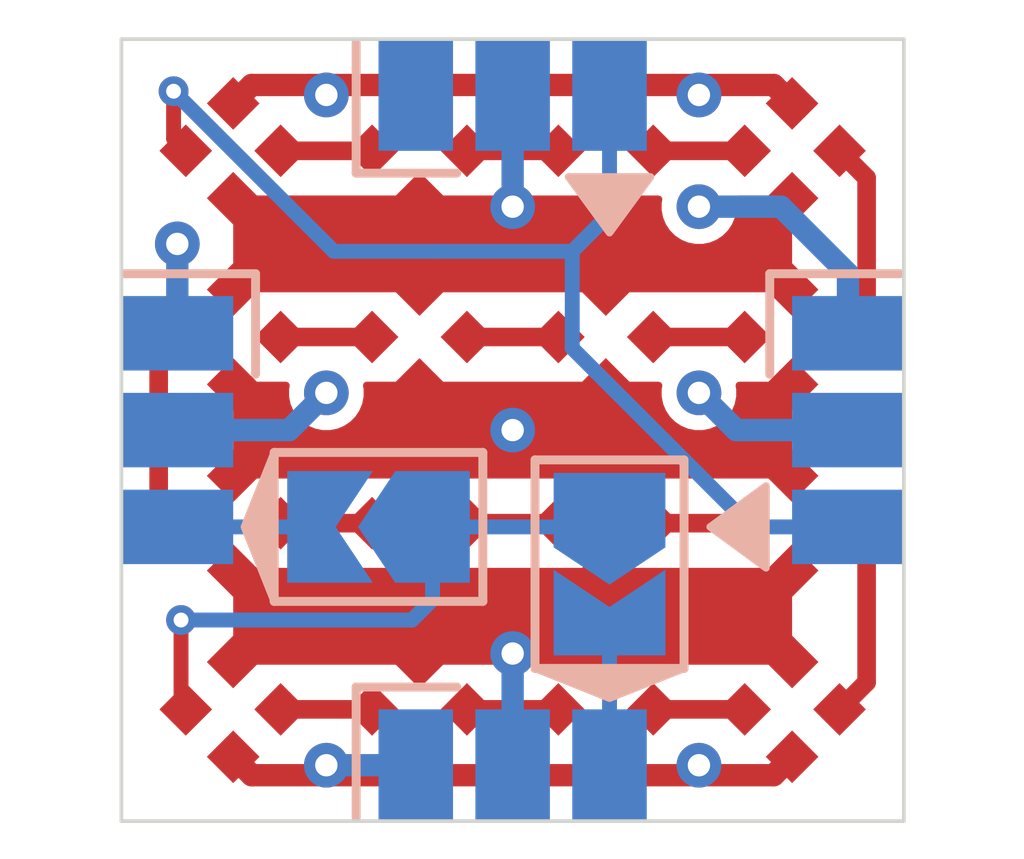
<source format=kicad_pcb>
(kicad_pcb (version 20171130) (host pcbnew 5.1.4-e60b266~84~ubuntu18.04.1)

  (general
    (thickness 0.8)
    (drawings 16)
    (tracks 87)
    (zones 0)
    (modules 22)
    (nets 22)
  )

  (page A4)
  (layers
    (0 F.Cu signal)
    (1 In1.Cu power hide)
    (2 In2.Cu power hide)
    (31 B.Cu signal)
    (32 B.Adhes user)
    (33 F.Adhes user)
    (34 B.Paste user)
    (35 F.Paste user)
    (36 B.SilkS user)
    (37 F.SilkS user)
    (38 B.Mask user)
    (39 F.Mask user)
    (40 Dwgs.User user)
    (41 Cmts.User user)
    (42 Eco1.User user)
    (43 Eco2.User user)
    (44 Edge.Cuts user)
    (45 Margin user)
    (46 B.CrtYd user hide)
    (47 F.CrtYd user hide)
    (48 B.Fab user hide)
    (49 F.Fab user hide)
  )

  (setup
    (last_trace_width 0.3)
    (user_trace_width 0.1)
    (user_trace_width 0.15)
    (user_trace_width 0.2)
    (user_trace_width 0.25)
    (user_trace_width 0.3)
    (user_trace_width 0.5)
    (trace_clearance 0.2)
    (zone_clearance 0.2)
    (zone_45_only no)
    (trace_min 0.1)
    (via_size 0.6)
    (via_drill 0.3)
    (via_min_size 0.4)
    (via_min_drill 0.2)
    (user_via 0.4 0.2)
    (user_via 0.6 0.3)
    (uvia_size 0.3)
    (uvia_drill 0.1)
    (uvias_allowed no)
    (uvia_min_size 0.2)
    (uvia_min_drill 0.1)
    (edge_width 0.05)
    (segment_width 0.2)
    (pcb_text_width 0.3)
    (pcb_text_size 1.5 1.5)
    (mod_edge_width 0.12)
    (mod_text_size 1 1)
    (mod_text_width 0.15)
    (pad_size 1.524 1.524)
    (pad_drill 0.762)
    (pad_to_mask_clearance 0.051)
    (solder_mask_min_width 0.25)
    (aux_axis_origin 0 0)
    (visible_elements FEFDFF7F)
    (pcbplotparams
      (layerselection 0x010fc_ffffffff)
      (usegerberextensions true)
      (usegerberattributes false)
      (usegerberadvancedattributes false)
      (creategerberjobfile false)
      (excludeedgelayer true)
      (linewidth 0.100000)
      (plotframeref false)
      (viasonmask false)
      (mode 1)
      (useauxorigin false)
      (hpglpennumber 1)
      (hpglpenspeed 20)
      (hpglpendiameter 15.000000)
      (psnegative false)
      (psa4output false)
      (plotreference true)
      (plotvalue true)
      (plotinvisibletext false)
      (padsonsilk false)
      (subtractmaskfromsilk false)
      (outputformat 1)
      (mirror false)
      (drillshape 0)
      (scaleselection 1)
      (outputdirectory "gerber/"))
  )

  (net 0 "")
  (net 1 GND)
  (net 2 +5V)
  (net 3 "Net-(D1-Pad3)")
  (net 4 "Net-(D2-Pad3)")
  (net 5 "Net-(D3-Pad3)")
  (net 6 "Net-(D4-Pad3)")
  (net 7 "Net-(D5-Pad3)")
  (net 8 "Net-(D6-Pad3)")
  (net 9 "Net-(D7-Pad3)")
  (net 10 "Net-(D8-Pad3)")
  (net 11 "Net-(D10-Pad1)")
  (net 12 "Net-(D10-Pad3)")
  (net 13 "Net-(D11-Pad3)")
  (net 14 "Net-(D12-Pad3)")
  (net 15 "Net-(D13-Pad3)")
  (net 16 "Net-(D14-Pad3)")
  (net 17 "Net-(D15-Pad3)")
  (net 18 /DIN)
  (net 19 /DOUT)
  (net 20 "Net-(J1-Pad3)")
  (net 21 "Net-(J2-Pad3)")

  (net_class Default "This is the default net class."
    (clearance 0.2)
    (trace_width 0.2)
    (via_dia 0.6)
    (via_drill 0.3)
    (uvia_dia 0.3)
    (uvia_drill 0.1)
    (add_net +5V)
    (add_net /DIN)
    (add_net /DOUT)
    (add_net GND)
    (add_net "Net-(D1-Pad3)")
    (add_net "Net-(D10-Pad1)")
    (add_net "Net-(D10-Pad3)")
    (add_net "Net-(D11-Pad3)")
    (add_net "Net-(D12-Pad3)")
    (add_net "Net-(D13-Pad3)")
    (add_net "Net-(D14-Pad3)")
    (add_net "Net-(D15-Pad3)")
    (add_net "Net-(D2-Pad3)")
    (add_net "Net-(D3-Pad3)")
    (add_net "Net-(D4-Pad3)")
    (add_net "Net-(D5-Pad3)")
    (add_net "Net-(D6-Pad3)")
    (add_net "Net-(D7-Pad3)")
    (add_net "Net-(D8-Pad3)")
    (add_net "Net-(J1-Pad3)")
    (add_net "Net-(J2-Pad3)")
  )

  (module LED_SMD:LED_SK6812_EC1515 (layer F.Cu) (tedit 5D2B2F08) (tstamp 5D2A8172)
    (at 2.5 2.5 225)
    (path /5D2AF824)
    (attr smd)
    (fp_text reference D7 (at 0 2.000001 45) (layer F.SilkS) hide
      (effects (font (size 1 1) (thickness 0.15)))
    )
    (fp_text value SK6812_EC1515 (at 0 -2.000001 45) (layer F.Fab)
      (effects (font (size 1 1) (thickness 0.15)))
    )
    (fp_line (start -1 1) (end -1 -1) (layer F.CrtYd) (width 0.05))
    (fp_line (start 1 1) (end -1 1) (layer F.CrtYd) (width 0.05))
    (fp_line (start 1 -1) (end 1 1) (layer F.CrtYd) (width 0.05))
    (fp_line (start -1 -1) (end 1 -1) (layer F.CrtYd) (width 0.05))
    (fp_text user %R (at 0 2.000001 45) (layer F.Fab)
      (effects (font (size 1 1) (thickness 0.15)))
    )
    (fp_line (start -0.75 0.75) (end -0.75 -0.75) (layer F.Fab) (width 0.1))
    (fp_line (start 0.75 0.75) (end -0.75 0.75) (layer F.Fab) (width 0.1))
    (fp_line (start 0.75 -0.75) (end 0.75 0.75) (layer F.Fab) (width 0.1))
    (fp_line (start -0.75 -0.75) (end 0.75 -0.75) (layer F.Fab) (width 0.1))
    (pad 4 smd rect (at 0.45 -0.45 225) (size 0.5 0.5) (layers F.Cu F.Paste F.Mask)
      (net 1 GND))
    (pad 3 smd rect (at 0.45 0.45 225) (size 0.5 0.5) (layers F.Cu F.Paste F.Mask)
      (net 9 "Net-(D7-Pad3)"))
    (pad 2 smd rect (at -0.45 0.45 225) (size 0.5 0.5) (layers F.Cu F.Paste F.Mask)
      (net 2 +5V))
    (pad 1 smd rect (at -0.45 -0.45 225) (size 0.5 0.5) (layers F.Cu F.Paste F.Mask)
      (net 8 "Net-(D6-Pad3)"))
    (model ${KISYS3DMOD}/LED_SMD.3dshapes/LED_SK6812_EC1515.wrl
      (at (xyz 0 0 0))
      (scale (xyz 1 1 1))
      (rotate (xyz 0 0 0))
    )
  )

  (module Jumper:SolderJumper-3_P1.3mm_Open_Pad1.0x1.5mm (layer B.Cu) (tedit 5D7434FA) (tstamp 5D7347E3)
    (at 3.75 8.25)
    (descr "SMD Solder 3-pad Jumper, 1x1.5mm Pads, 0.3mm gap, open")
    (tags "solder jumper open")
    (path /5D7A0C5F)
    (attr virtual)
    (fp_text reference J2 (at 0 1.8) (layer B.SilkS) hide
      (effects (font (size 1 1) (thickness 0.15)) (justify mirror))
    )
    (fp_text value Conn_01x03 (at 0 -2) (layer B.Fab)
      (effects (font (size 1 1) (thickness 0.15)) (justify mirror))
    )
    (fp_line (start 2.3 -1.25) (end -2.3 -1.25) (layer B.CrtYd) (width 0.05))
    (fp_line (start 2.3 -1.25) (end 2.3 1.25) (layer B.CrtYd) (width 0.05))
    (fp_line (start -2.3 1.25) (end -2.3 -1.25) (layer B.CrtYd) (width 0.05))
    (fp_line (start -2.3 1.25) (end 2.3 1.25) (layer B.CrtYd) (width 0.05))
    (pad 1 smd rect (at -1.3 0) (size 1 1.5) (layers B.Cu B.Mask)
      (net 1 GND))
    (pad 2 smd rect (at 0 0) (size 1 1.5) (layers B.Cu B.Mask)
      (net 2 +5V))
    (pad 3 smd rect (at 1.3 0) (size 1 1.5) (layers B.Cu B.Mask)
      (net 21 "Net-(J2-Pad3)"))
  )

  (module Jumper:SolderJumper-3_P1.3mm_Open_Pad1.0x1.5mm locked (layer B.Cu) (tedit 5D7434EB) (tstamp 5D734765)
    (at -0.75 3.75 270)
    (descr "SMD Solder 3-pad Jumper, 1x1.5mm Pads, 0.3mm gap, open")
    (tags "solder jumper open")
    (path /5D7A07E3)
    (attr virtual)
    (fp_text reference J1 (at 0 1.8 270) (layer B.SilkS) hide
      (effects (font (size 1 1) (thickness 0.15)) (justify mirror))
    )
    (fp_text value Conn_01x03 (at 0 -2 270) (layer B.Fab)
      (effects (font (size 1 1) (thickness 0.15)) (justify mirror))
    )
    (fp_line (start 2.3 -1.25) (end -2.3 -1.25) (layer B.CrtYd) (width 0.05))
    (fp_line (start 2.3 -1.25) (end 2.3 1.25) (layer B.CrtYd) (width 0.05))
    (fp_line (start -2.3 1.25) (end -2.3 -1.25) (layer B.CrtYd) (width 0.05))
    (fp_line (start -2.3 1.25) (end 2.3 1.25) (layer B.CrtYd) (width 0.05))
    (pad 1 smd rect (at -1.3 0 270) (size 1 1.5) (layers B.Cu B.Mask)
      (net 1 GND))
    (pad 2 smd rect (at 0 0 270) (size 1 1.5) (layers B.Cu B.Mask)
      (net 2 +5V))
    (pad 3 smd rect (at 1.3 0 270) (size 1 1.5) (layers B.Cu B.Mask)
      (net 20 "Net-(J1-Pad3)"))
  )

  (module Jumper:SolderJumper-3_P1.3mm_Open_Pad1.0x1.5mm (layer B.Cu) (tedit 5D7434D6) (tstamp 5D734822)
    (at 8.25 3.75 270)
    (descr "SMD Solder 3-pad Jumper, 1x1.5mm Pads, 0.3mm gap, open")
    (tags "solder jumper open")
    (path /5D7A0F4A)
    (attr virtual)
    (fp_text reference J3 (at 0 1.8 270) (layer B.SilkS) hide
      (effects (font (size 1 1) (thickness 0.15)) (justify mirror))
    )
    (fp_text value Conn_01x03 (at 0 -2 270) (layer B.Fab)
      (effects (font (size 1 1) (thickness 0.15)) (justify mirror))
    )
    (fp_line (start 2.3 -1.25) (end -2.3 -1.25) (layer B.CrtYd) (width 0.05))
    (fp_line (start 2.3 -1.25) (end 2.3 1.25) (layer B.CrtYd) (width 0.05))
    (fp_line (start -2.3 1.25) (end -2.3 -1.25) (layer B.CrtYd) (width 0.05))
    (fp_line (start -2.3 1.25) (end 2.3 1.25) (layer B.CrtYd) (width 0.05))
    (pad 1 smd rect (at -1.3 0 270) (size 1 1.5) (layers B.Cu B.Mask)
      (net 1 GND))
    (pad 2 smd rect (at 0 0 270) (size 1 1.5) (layers B.Cu B.Mask)
      (net 2 +5V))
    (pad 3 smd rect (at 1.3 0 270) (size 1 1.5) (layers B.Cu B.Mask)
      (net 18 /DIN))
  )

  (module Jumper:SolderJumper-3_P1.3mm_Open_Pad1.0x1.5mm (layer B.Cu) (tedit 5D7434B4) (tstamp 5D7433F7)
    (at 3.75 -0.75)
    (descr "SMD Solder 3-pad Jumper, 1x1.5mm Pads, 0.3mm gap, open")
    (tags "solder jumper open")
    (path /5D7444FB)
    (attr virtual)
    (fp_text reference J4 (at 0 1.8) (layer B.SilkS) hide
      (effects (font (size 1 1) (thickness 0.15)) (justify mirror))
    )
    (fp_text value Conn_01x03 (at 0 -2) (layer B.Fab)
      (effects (font (size 1 1) (thickness 0.15)) (justify mirror))
    )
    (fp_line (start 2.3 -1.25) (end -2.3 -1.25) (layer B.CrtYd) (width 0.05))
    (fp_line (start 2.3 -1.25) (end 2.3 1.25) (layer B.CrtYd) (width 0.05))
    (fp_line (start -2.3 1.25) (end -2.3 -1.25) (layer B.CrtYd) (width 0.05))
    (fp_line (start -2.3 1.25) (end 2.3 1.25) (layer B.CrtYd) (width 0.05))
    (pad 1 smd rect (at -1.3 0) (size 1 1.5) (layers B.Cu B.Mask)
      (net 1 GND))
    (pad 2 smd rect (at 0 0) (size 1 1.5) (layers B.Cu B.Mask)
      (net 2 +5V))
    (pad 3 smd rect (at 1.3 0) (size 1 1.5) (layers B.Cu B.Mask)
      (net 18 /DIN))
  )

  (module Jumper:SolderJumper-2_P1.3mm_Open_TrianglePad1.0x1.5mm (layer B.Cu) (tedit 5A64794F) (tstamp 5D73AD39)
    (at 1.95 5.05 180)
    (descr "SMD Solder Jumper, 1x1.5mm Triangular Pads, 0.3mm gap, open")
    (tags "solder jumper open")
    (path /5D7FC9C5)
    (attr virtual)
    (fp_text reference JP2 (at 0 1.8) (layer B.SilkS) hide
      (effects (font (size 1 1) (thickness 0.15)) (justify mirror))
    )
    (fp_text value Jumper_NO_Small (at 0 -1.9) (layer B.Fab)
      (effects (font (size 1 1) (thickness 0.15)) (justify mirror))
    )
    (fp_line (start 1.65 -1.25) (end -1.65 -1.25) (layer B.CrtYd) (width 0.05))
    (fp_line (start 1.65 -1.25) (end 1.65 1.25) (layer B.CrtYd) (width 0.05))
    (fp_line (start -1.65 1.25) (end -1.65 -1.25) (layer B.CrtYd) (width 0.05))
    (fp_line (start -1.65 1.25) (end 1.65 1.25) (layer B.CrtYd) (width 0.05))
    (fp_line (start -1.4 1) (end 1.4 1) (layer B.SilkS) (width 0.12))
    (fp_line (start 1.4 1) (end 1.4 -1) (layer B.SilkS) (width 0.12))
    (fp_line (start 1.4 -1) (end -1.4 -1) (layer B.SilkS) (width 0.12))
    (fp_line (start -1.4 -1) (end -1.4 1) (layer B.SilkS) (width 0.12))
    (pad 1 smd custom (at -0.725 0 180) (size 0.3 0.3) (layers B.Cu B.Mask)
      (net 19 /DOUT) (zone_connect 2)
      (options (clearance outline) (anchor rect))
      (primitives
        (gr_poly (pts
           (xy -0.5 0.75) (xy 0.5 0.75) (xy 1 0) (xy 0.5 -0.75) (xy -0.5 -0.75)
) (width 0))
      ))
    (pad 2 smd custom (at 0.725 0 180) (size 0.3 0.3) (layers B.Cu B.Mask)
      (net 20 "Net-(J1-Pad3)") (zone_connect 2)
      (options (clearance outline) (anchor rect))
      (primitives
        (gr_poly (pts
           (xy -0.65 0.75) (xy 0.5 0.75) (xy 0.5 -0.75) (xy -0.65 -0.75) (xy -0.15 0)
) (width 0))
      ))
  )

  (module Jumper:SolderJumper-2_P1.3mm_Open_TrianglePad1.0x1.5mm (layer B.Cu) (tedit 5A64794F) (tstamp 5D7376B0)
    (at 5.05 5.55 270)
    (descr "SMD Solder Jumper, 1x1.5mm Triangular Pads, 0.3mm gap, open")
    (tags "solder jumper open")
    (path /5D7E1430)
    (attr virtual)
    (fp_text reference JP1 (at 0 1.8 90) (layer B.SilkS) hide
      (effects (font (size 1 1) (thickness 0.15)) (justify mirror))
    )
    (fp_text value Jumper_NO_Small (at 0 -1.9 90) (layer B.Fab)
      (effects (font (size 1 1) (thickness 0.15)) (justify mirror))
    )
    (fp_line (start 1.65 -1.25) (end -1.65 -1.25) (layer B.CrtYd) (width 0.05))
    (fp_line (start 1.65 -1.25) (end 1.65 1.25) (layer B.CrtYd) (width 0.05))
    (fp_line (start -1.65 1.25) (end -1.65 -1.25) (layer B.CrtYd) (width 0.05))
    (fp_line (start -1.65 1.25) (end 1.65 1.25) (layer B.CrtYd) (width 0.05))
    (fp_line (start -1.4 1) (end 1.4 1) (layer B.SilkS) (width 0.12))
    (fp_line (start 1.4 1) (end 1.4 -1) (layer B.SilkS) (width 0.12))
    (fp_line (start 1.4 -1) (end -1.4 -1) (layer B.SilkS) (width 0.12))
    (fp_line (start -1.4 -1) (end -1.4 1) (layer B.SilkS) (width 0.12))
    (pad 1 smd custom (at -0.725 0 270) (size 0.3 0.3) (layers B.Cu B.Mask)
      (net 19 /DOUT) (zone_connect 2)
      (options (clearance outline) (anchor rect))
      (primitives
        (gr_poly (pts
           (xy -0.5 0.75) (xy 0.5 0.75) (xy 1 0) (xy 0.5 -0.75) (xy -0.5 -0.75)
) (width 0))
      ))
    (pad 2 smd custom (at 0.725 0 270) (size 0.3 0.3) (layers B.Cu B.Mask)
      (net 21 "Net-(J2-Pad3)") (zone_connect 2)
      (options (clearance outline) (anchor rect))
      (primitives
        (gr_poly (pts
           (xy -0.65 0.75) (xy 0.5 0.75) (xy 0.5 -0.75) (xy -0.65 -0.75) (xy -0.15 0)
) (width 0))
      ))
  )

  (module LED_SMD:LED_SK6812_EC1515 (layer F.Cu) (tedit 5D2B2F08) (tstamp 5D2A820B)
    (at 0 7.5 225)
    (path /5D2BEA2E)
    (attr smd)
    (fp_text reference D16 (at 0 2.000001 45) (layer F.SilkS) hide
      (effects (font (size 1 1) (thickness 0.15)))
    )
    (fp_text value SK6812_EC1515 (at 0 -2.000001 45) (layer F.Fab)
      (effects (font (size 1 1) (thickness 0.15)))
    )
    (fp_line (start -1 1) (end -1 -1) (layer F.CrtYd) (width 0.05))
    (fp_line (start 1 1) (end -1 1) (layer F.CrtYd) (width 0.05))
    (fp_line (start 1 -1) (end 1 1) (layer F.CrtYd) (width 0.05))
    (fp_line (start -1 -1) (end 1 -1) (layer F.CrtYd) (width 0.05))
    (fp_text user %R (at 0 2.000001 45) (layer F.Fab)
      (effects (font (size 1 1) (thickness 0.15)))
    )
    (fp_line (start -0.75 0.75) (end -0.75 -0.75) (layer F.Fab) (width 0.1))
    (fp_line (start 0.75 0.75) (end -0.75 0.75) (layer F.Fab) (width 0.1))
    (fp_line (start 0.75 -0.75) (end 0.75 0.75) (layer F.Fab) (width 0.1))
    (fp_line (start -0.75 -0.75) (end 0.75 -0.75) (layer F.Fab) (width 0.1))
    (pad 4 smd rect (at 0.45 -0.45 225) (size 0.5 0.5) (layers F.Cu F.Paste F.Mask)
      (net 1 GND))
    (pad 3 smd rect (at 0.45 0.45 225) (size 0.5 0.5) (layers F.Cu F.Paste F.Mask)
      (net 19 /DOUT))
    (pad 2 smd rect (at -0.45 0.45 225) (size 0.5 0.5) (layers F.Cu F.Paste F.Mask)
      (net 2 +5V))
    (pad 1 smd rect (at -0.45 -0.45 225) (size 0.5 0.5) (layers F.Cu F.Paste F.Mask)
      (net 17 "Net-(D15-Pad3)"))
    (model ${KISYS3DMOD}/LED_SMD.3dshapes/LED_SK6812_EC1515.wrl
      (at (xyz 0 0 0))
      (scale (xyz 1 1 1))
      (rotate (xyz 0 0 0))
    )
  )

  (module LED_SMD:LED_SK6812_EC1515 (layer F.Cu) (tedit 5D2B2F08) (tstamp 5D2A81FA)
    (at 2.5 7.5 225)
    (path /5D2BEA28)
    (attr smd)
    (fp_text reference D15 (at 0 2.000001 45) (layer F.SilkS) hide
      (effects (font (size 1 1) (thickness 0.15)))
    )
    (fp_text value SK6812_EC1515 (at 0 -2.000001 45) (layer F.Fab)
      (effects (font (size 1 1) (thickness 0.15)))
    )
    (fp_line (start -1 1) (end -1 -1) (layer F.CrtYd) (width 0.05))
    (fp_line (start 1 1) (end -1 1) (layer F.CrtYd) (width 0.05))
    (fp_line (start 1 -1) (end 1 1) (layer F.CrtYd) (width 0.05))
    (fp_line (start -1 -1) (end 1 -1) (layer F.CrtYd) (width 0.05))
    (fp_text user %R (at 0 2.000001 45) (layer F.Fab)
      (effects (font (size 1 1) (thickness 0.15)))
    )
    (fp_line (start -0.75 0.75) (end -0.75 -0.75) (layer F.Fab) (width 0.1))
    (fp_line (start 0.75 0.75) (end -0.75 0.75) (layer F.Fab) (width 0.1))
    (fp_line (start 0.75 -0.75) (end 0.75 0.75) (layer F.Fab) (width 0.1))
    (fp_line (start -0.75 -0.75) (end 0.75 -0.75) (layer F.Fab) (width 0.1))
    (pad 4 smd rect (at 0.45 -0.45 225) (size 0.5 0.5) (layers F.Cu F.Paste F.Mask)
      (net 1 GND))
    (pad 3 smd rect (at 0.45 0.45 225) (size 0.5 0.5) (layers F.Cu F.Paste F.Mask)
      (net 17 "Net-(D15-Pad3)"))
    (pad 2 smd rect (at -0.45 0.45 225) (size 0.5 0.5) (layers F.Cu F.Paste F.Mask)
      (net 2 +5V))
    (pad 1 smd rect (at -0.45 -0.45 225) (size 0.5 0.5) (layers F.Cu F.Paste F.Mask)
      (net 16 "Net-(D14-Pad3)"))
    (model ${KISYS3DMOD}/LED_SMD.3dshapes/LED_SK6812_EC1515.wrl
      (at (xyz 0 0 0))
      (scale (xyz 1 1 1))
      (rotate (xyz 0 0 0))
    )
  )

  (module LED_SMD:LED_SK6812_EC1515 (layer F.Cu) (tedit 5D2B2F08) (tstamp 5D2A81E9)
    (at 5 7.5 225)
    (path /5D2BEA04)
    (attr smd)
    (fp_text reference D14 (at 0 2.000001 45) (layer F.SilkS) hide
      (effects (font (size 1 1) (thickness 0.15)))
    )
    (fp_text value SK6812_EC1515 (at 0 -2.000001 45) (layer F.Fab)
      (effects (font (size 1 1) (thickness 0.15)))
    )
    (fp_line (start -1 1) (end -1 -1) (layer F.CrtYd) (width 0.05))
    (fp_line (start 1 1) (end -1 1) (layer F.CrtYd) (width 0.05))
    (fp_line (start 1 -1) (end 1 1) (layer F.CrtYd) (width 0.05))
    (fp_line (start -1 -1) (end 1 -1) (layer F.CrtYd) (width 0.05))
    (fp_text user %R (at 0 2.000001 45) (layer F.Fab)
      (effects (font (size 1 1) (thickness 0.15)))
    )
    (fp_line (start -0.75 0.75) (end -0.75 -0.75) (layer F.Fab) (width 0.1))
    (fp_line (start 0.75 0.75) (end -0.75 0.75) (layer F.Fab) (width 0.1))
    (fp_line (start 0.75 -0.75) (end 0.75 0.75) (layer F.Fab) (width 0.1))
    (fp_line (start -0.75 -0.75) (end 0.75 -0.75) (layer F.Fab) (width 0.1))
    (pad 4 smd rect (at 0.45 -0.45 225) (size 0.5 0.5) (layers F.Cu F.Paste F.Mask)
      (net 1 GND))
    (pad 3 smd rect (at 0.45 0.45 225) (size 0.5 0.5) (layers F.Cu F.Paste F.Mask)
      (net 16 "Net-(D14-Pad3)"))
    (pad 2 smd rect (at -0.45 0.45 225) (size 0.5 0.5) (layers F.Cu F.Paste F.Mask)
      (net 2 +5V))
    (pad 1 smd rect (at -0.45 -0.45 225) (size 0.5 0.5) (layers F.Cu F.Paste F.Mask)
      (net 15 "Net-(D13-Pad3)"))
    (model ${KISYS3DMOD}/LED_SMD.3dshapes/LED_SK6812_EC1515.wrl
      (at (xyz 0 0 0))
      (scale (xyz 1 1 1))
      (rotate (xyz 0 0 0))
    )
  )

  (module LED_SMD:LED_SK6812_EC1515 (layer F.Cu) (tedit 5D2B2F08) (tstamp 5D745452)
    (at 7.5 7.5 225)
    (path /5D2BE9FE)
    (attr smd)
    (fp_text reference D13 (at 0 2.000001 45) (layer F.SilkS) hide
      (effects (font (size 1 1) (thickness 0.15)))
    )
    (fp_text value SK6812_EC1515 (at 0 -2.000001 45) (layer F.Fab)
      (effects (font (size 1 1) (thickness 0.15)))
    )
    (fp_line (start -1 1) (end -1 -1) (layer F.CrtYd) (width 0.05))
    (fp_line (start 1 1) (end -1 1) (layer F.CrtYd) (width 0.05))
    (fp_line (start 1 -1) (end 1 1) (layer F.CrtYd) (width 0.05))
    (fp_line (start -1 -1) (end 1 -1) (layer F.CrtYd) (width 0.05))
    (fp_text user %R (at 0 2.000001 45) (layer F.Fab)
      (effects (font (size 1 1) (thickness 0.15)))
    )
    (fp_line (start -0.75 0.75) (end -0.75 -0.75) (layer F.Fab) (width 0.1))
    (fp_line (start 0.75 0.75) (end -0.75 0.75) (layer F.Fab) (width 0.1))
    (fp_line (start 0.75 -0.75) (end 0.75 0.75) (layer F.Fab) (width 0.1))
    (fp_line (start -0.75 -0.75) (end 0.75 -0.75) (layer F.Fab) (width 0.1))
    (pad 4 smd rect (at 0.45 -0.45 225) (size 0.5 0.5) (layers F.Cu F.Paste F.Mask)
      (net 1 GND))
    (pad 3 smd rect (at 0.45 0.45 225) (size 0.5 0.5) (layers F.Cu F.Paste F.Mask)
      (net 15 "Net-(D13-Pad3)"))
    (pad 2 smd rect (at -0.45 0.45 225) (size 0.5 0.5) (layers F.Cu F.Paste F.Mask)
      (net 2 +5V))
    (pad 1 smd rect (at -0.45 -0.45 225) (size 0.5 0.5) (layers F.Cu F.Paste F.Mask)
      (net 14 "Net-(D12-Pad3)"))
    (model ${KISYS3DMOD}/LED_SMD.3dshapes/LED_SK6812_EC1515.wrl
      (at (xyz 0 0 0))
      (scale (xyz 1 1 1))
      (rotate (xyz 0 0 0))
    )
  )

  (module LED_SMD:LED_SK6812_EC1515 (layer F.Cu) (tedit 5D2B2F08) (tstamp 5D2A81C7)
    (at 7.5 5 45)
    (path /5D2BE9DA)
    (attr smd)
    (fp_text reference D12 (at 0 2.000001 45) (layer F.SilkS) hide
      (effects (font (size 1 1) (thickness 0.15)))
    )
    (fp_text value SK6812_EC1515 (at 0 -2.000001 45) (layer F.Fab)
      (effects (font (size 1 1) (thickness 0.15)))
    )
    (fp_line (start -1 1) (end -1 -1) (layer F.CrtYd) (width 0.05))
    (fp_line (start 1 1) (end -1 1) (layer F.CrtYd) (width 0.05))
    (fp_line (start 1 -1) (end 1 1) (layer F.CrtYd) (width 0.05))
    (fp_line (start -1 -1) (end 1 -1) (layer F.CrtYd) (width 0.05))
    (fp_text user %R (at 0 2.000001 45) (layer F.Fab)
      (effects (font (size 1 1) (thickness 0.15)))
    )
    (fp_line (start -0.75 0.75) (end -0.75 -0.75) (layer F.Fab) (width 0.1))
    (fp_line (start 0.75 0.75) (end -0.75 0.75) (layer F.Fab) (width 0.1))
    (fp_line (start 0.75 -0.75) (end 0.75 0.75) (layer F.Fab) (width 0.1))
    (fp_line (start -0.75 -0.75) (end 0.75 -0.75) (layer F.Fab) (width 0.1))
    (pad 4 smd rect (at 0.45 -0.45 45) (size 0.5 0.5) (layers F.Cu F.Paste F.Mask)
      (net 1 GND))
    (pad 3 smd rect (at 0.45 0.45 45) (size 0.5 0.5) (layers F.Cu F.Paste F.Mask)
      (net 14 "Net-(D12-Pad3)"))
    (pad 2 smd rect (at -0.45 0.45 45) (size 0.5 0.5) (layers F.Cu F.Paste F.Mask)
      (net 2 +5V))
    (pad 1 smd rect (at -0.45 -0.45 45) (size 0.5 0.5) (layers F.Cu F.Paste F.Mask)
      (net 13 "Net-(D11-Pad3)"))
    (model ${KISYS3DMOD}/LED_SMD.3dshapes/LED_SK6812_EC1515.wrl
      (at (xyz 0 0 0))
      (scale (xyz 1 1 1))
      (rotate (xyz 0 0 0))
    )
  )

  (module LED_SMD:LED_SK6812_EC1515 (layer F.Cu) (tedit 5D2B2F08) (tstamp 5D2A81B6)
    (at 5 5 45)
    (path /5D2BE9D4)
    (attr smd)
    (fp_text reference D11 (at 0 2.000001 45) (layer F.SilkS) hide
      (effects (font (size 1 1) (thickness 0.15)))
    )
    (fp_text value SK6812_EC1515 (at 0 -2.000001 45) (layer F.Fab)
      (effects (font (size 1 1) (thickness 0.15)))
    )
    (fp_line (start -1 1) (end -1 -1) (layer F.CrtYd) (width 0.05))
    (fp_line (start 1 1) (end -1 1) (layer F.CrtYd) (width 0.05))
    (fp_line (start 1 -1) (end 1 1) (layer F.CrtYd) (width 0.05))
    (fp_line (start -1 -1) (end 1 -1) (layer F.CrtYd) (width 0.05))
    (fp_text user %R (at 0 2.000001 45) (layer F.Fab)
      (effects (font (size 1 1) (thickness 0.15)))
    )
    (fp_line (start -0.75 0.75) (end -0.75 -0.75) (layer F.Fab) (width 0.1))
    (fp_line (start 0.75 0.75) (end -0.75 0.75) (layer F.Fab) (width 0.1))
    (fp_line (start 0.75 -0.75) (end 0.75 0.75) (layer F.Fab) (width 0.1))
    (fp_line (start -0.75 -0.75) (end 0.75 -0.75) (layer F.Fab) (width 0.1))
    (pad 4 smd rect (at 0.45 -0.45 45) (size 0.5 0.5) (layers F.Cu F.Paste F.Mask)
      (net 1 GND))
    (pad 3 smd rect (at 0.45 0.45 45) (size 0.5 0.5) (layers F.Cu F.Paste F.Mask)
      (net 13 "Net-(D11-Pad3)"))
    (pad 2 smd rect (at -0.45 0.45 45) (size 0.5 0.5) (layers F.Cu F.Paste F.Mask)
      (net 2 +5V))
    (pad 1 smd rect (at -0.45 -0.45 45) (size 0.5 0.5) (layers F.Cu F.Paste F.Mask)
      (net 12 "Net-(D10-Pad3)"))
    (model ${KISYS3DMOD}/LED_SMD.3dshapes/LED_SK6812_EC1515.wrl
      (at (xyz 0 0 0))
      (scale (xyz 1 1 1))
      (rotate (xyz 0 0 0))
    )
  )

  (module LED_SMD:LED_SK6812_EC1515 (layer F.Cu) (tedit 5D2B2F08) (tstamp 5D2A81A5)
    (at 2.5 5 45)
    (path /5D2BE9B0)
    (attr smd)
    (fp_text reference D10 (at 0 2.000001 225) (layer F.SilkS) hide
      (effects (font (size 1 1) (thickness 0.15)))
    )
    (fp_text value SK6812_EC1515 (at 0 -2.000001 45) (layer F.Fab)
      (effects (font (size 1 1) (thickness 0.15)))
    )
    (fp_line (start -1 1) (end -1 -1) (layer F.CrtYd) (width 0.05))
    (fp_line (start 1 1) (end -1 1) (layer F.CrtYd) (width 0.05))
    (fp_line (start 1 -1) (end 1 1) (layer F.CrtYd) (width 0.05))
    (fp_line (start -1 -1) (end 1 -1) (layer F.CrtYd) (width 0.05))
    (fp_text user %R (at 0 2.000001 45) (layer F.Fab)
      (effects (font (size 1 1) (thickness 0.15)))
    )
    (fp_line (start -0.75 0.75) (end -0.75 -0.75) (layer F.Fab) (width 0.1))
    (fp_line (start 0.75 0.75) (end -0.75 0.75) (layer F.Fab) (width 0.1))
    (fp_line (start 0.75 -0.75) (end 0.75 0.75) (layer F.Fab) (width 0.1))
    (fp_line (start -0.75 -0.75) (end 0.75 -0.75) (layer F.Fab) (width 0.1))
    (pad 4 smd rect (at 0.45 -0.45 45) (size 0.5 0.5) (layers F.Cu F.Paste F.Mask)
      (net 1 GND))
    (pad 3 smd rect (at 0.45 0.45 45) (size 0.5 0.5) (layers F.Cu F.Paste F.Mask)
      (net 12 "Net-(D10-Pad3)"))
    (pad 2 smd rect (at -0.45 0.45 45) (size 0.5 0.5) (layers F.Cu F.Paste F.Mask)
      (net 2 +5V))
    (pad 1 smd rect (at -0.45 -0.45 45) (size 0.5 0.5) (layers F.Cu F.Paste F.Mask)
      (net 11 "Net-(D10-Pad1)"))
    (model ${KISYS3DMOD}/LED_SMD.3dshapes/LED_SK6812_EC1515.wrl
      (at (xyz 0 0 0))
      (scale (xyz 1 1 1))
      (rotate (xyz 0 0 0))
    )
  )

  (module LED_SMD:LED_SK6812_EC1515 (layer F.Cu) (tedit 5D2B2F08) (tstamp 5D2A8194)
    (at 0 5 45)
    (path /5D2BE9AA)
    (attr smd)
    (fp_text reference D9 (at 0 2.000001 45) (layer F.SilkS) hide
      (effects (font (size 1 1) (thickness 0.15)))
    )
    (fp_text value SK6812_EC1515 (at 0 -2.000001 45) (layer F.Fab)
      (effects (font (size 1 1) (thickness 0.15)))
    )
    (fp_line (start -1 1) (end -1 -1) (layer F.CrtYd) (width 0.05))
    (fp_line (start 1 1) (end -1 1) (layer F.CrtYd) (width 0.05))
    (fp_line (start 1 -1) (end 1 1) (layer F.CrtYd) (width 0.05))
    (fp_line (start -1 -1) (end 1 -1) (layer F.CrtYd) (width 0.05))
    (fp_text user %R (at 0 2.000001 45) (layer F.Fab)
      (effects (font (size 1 1) (thickness 0.15)))
    )
    (fp_line (start -0.75 0.75) (end -0.75 -0.75) (layer F.Fab) (width 0.1))
    (fp_line (start 0.75 0.75) (end -0.75 0.75) (layer F.Fab) (width 0.1))
    (fp_line (start 0.75 -0.75) (end 0.75 0.75) (layer F.Fab) (width 0.1))
    (fp_line (start -0.75 -0.75) (end 0.75 -0.75) (layer F.Fab) (width 0.1))
    (pad 4 smd rect (at 0.45 -0.45 45) (size 0.5 0.5) (layers F.Cu F.Paste F.Mask)
      (net 1 GND))
    (pad 3 smd rect (at 0.45 0.45 45) (size 0.5 0.5) (layers F.Cu F.Paste F.Mask)
      (net 11 "Net-(D10-Pad1)"))
    (pad 2 smd rect (at -0.45 0.45 45) (size 0.5 0.5) (layers F.Cu F.Paste F.Mask)
      (net 2 +5V))
    (pad 1 smd rect (at -0.45 -0.45 45) (size 0.5 0.5) (layers F.Cu F.Paste F.Mask)
      (net 10 "Net-(D8-Pad3)"))
    (model ${KISYS3DMOD}/LED_SMD.3dshapes/LED_SK6812_EC1515.wrl
      (at (xyz 0 0 0))
      (scale (xyz 1 1 1))
      (rotate (xyz 0 0 0))
    )
  )

  (module LED_SMD:LED_SK6812_EC1515 (layer F.Cu) (tedit 5D2B2F08) (tstamp 5D2A8183)
    (at 0 2.5 225)
    (path /5D2AF82A)
    (attr smd)
    (fp_text reference D8 (at 0 2.000001 45) (layer F.SilkS) hide
      (effects (font (size 1 1) (thickness 0.15)))
    )
    (fp_text value SK6812_EC1515 (at 0 -2.000001 45) (layer F.Fab)
      (effects (font (size 1 1) (thickness 0.15)))
    )
    (fp_line (start -1 1) (end -1 -1) (layer F.CrtYd) (width 0.05))
    (fp_line (start 1 1) (end -1 1) (layer F.CrtYd) (width 0.05))
    (fp_line (start 1 -1) (end 1 1) (layer F.CrtYd) (width 0.05))
    (fp_line (start -1 -1) (end 1 -1) (layer F.CrtYd) (width 0.05))
    (fp_text user %R (at 0 2.000001 45) (layer F.Fab)
      (effects (font (size 1 1) (thickness 0.15)))
    )
    (fp_line (start -0.75 0.75) (end -0.75 -0.75) (layer F.Fab) (width 0.1))
    (fp_line (start 0.75 0.75) (end -0.75 0.75) (layer F.Fab) (width 0.1))
    (fp_line (start 0.75 -0.75) (end 0.75 0.75) (layer F.Fab) (width 0.1))
    (fp_line (start -0.75 -0.75) (end 0.75 -0.75) (layer F.Fab) (width 0.1))
    (pad 4 smd rect (at 0.45 -0.45 225) (size 0.5 0.5) (layers F.Cu F.Paste F.Mask)
      (net 1 GND))
    (pad 3 smd rect (at 0.45 0.45 225) (size 0.5 0.5) (layers F.Cu F.Paste F.Mask)
      (net 10 "Net-(D8-Pad3)"))
    (pad 2 smd rect (at -0.45 0.45 225) (size 0.5 0.5) (layers F.Cu F.Paste F.Mask)
      (net 2 +5V))
    (pad 1 smd rect (at -0.45 -0.45 225) (size 0.5 0.5) (layers F.Cu F.Paste F.Mask)
      (net 9 "Net-(D7-Pad3)"))
    (model ${KISYS3DMOD}/LED_SMD.3dshapes/LED_SK6812_EC1515.wrl
      (at (xyz 0 0 0))
      (scale (xyz 1 1 1))
      (rotate (xyz 0 0 0))
    )
  )

  (module LED_SMD:LED_SK6812_EC1515 (layer F.Cu) (tedit 5D2B2F08) (tstamp 5D2A8161)
    (at 5 2.5 225)
    (path /5D2AF800)
    (attr smd)
    (fp_text reference D6 (at 0 2.000001 45) (layer F.SilkS) hide
      (effects (font (size 1 1) (thickness 0.15)))
    )
    (fp_text value SK6812_EC1515 (at 0 -2.000001 45) (layer F.Fab)
      (effects (font (size 1 1) (thickness 0.15)))
    )
    (fp_line (start -1 1) (end -1 -1) (layer F.CrtYd) (width 0.05))
    (fp_line (start 1 1) (end -1 1) (layer F.CrtYd) (width 0.05))
    (fp_line (start 1 -1) (end 1 1) (layer F.CrtYd) (width 0.05))
    (fp_line (start -1 -1) (end 1 -1) (layer F.CrtYd) (width 0.05))
    (fp_text user %R (at 0 2.000001 45) (layer F.Fab)
      (effects (font (size 1 1) (thickness 0.15)))
    )
    (fp_line (start -0.75 0.75) (end -0.75 -0.75) (layer F.Fab) (width 0.1))
    (fp_line (start 0.75 0.75) (end -0.75 0.75) (layer F.Fab) (width 0.1))
    (fp_line (start 0.75 -0.75) (end 0.75 0.75) (layer F.Fab) (width 0.1))
    (fp_line (start -0.75 -0.75) (end 0.75 -0.75) (layer F.Fab) (width 0.1))
    (pad 4 smd rect (at 0.45 -0.45 225) (size 0.5 0.5) (layers F.Cu F.Paste F.Mask)
      (net 1 GND))
    (pad 3 smd rect (at 0.45 0.45 225) (size 0.5 0.5) (layers F.Cu F.Paste F.Mask)
      (net 8 "Net-(D6-Pad3)"))
    (pad 2 smd rect (at -0.45 0.45 225) (size 0.5 0.5) (layers F.Cu F.Paste F.Mask)
      (net 2 +5V))
    (pad 1 smd rect (at -0.45 -0.45 225) (size 0.5 0.5) (layers F.Cu F.Paste F.Mask)
      (net 7 "Net-(D5-Pad3)"))
    (model ${KISYS3DMOD}/LED_SMD.3dshapes/LED_SK6812_EC1515.wrl
      (at (xyz 0 0 0))
      (scale (xyz 1 1 1))
      (rotate (xyz 0 0 0))
    )
  )

  (module LED_SMD:LED_SK6812_EC1515 (layer F.Cu) (tedit 5D2B2F08) (tstamp 5D2A8B2A)
    (at 7.5 2.5 225)
    (path /5D2AF7FA)
    (attr smd)
    (fp_text reference D5 (at 0 2.000001 45) (layer F.SilkS) hide
      (effects (font (size 1 1) (thickness 0.15)))
    )
    (fp_text value SK6812_EC1515 (at 0 -2.000001 45) (layer F.Fab)
      (effects (font (size 1 1) (thickness 0.15)))
    )
    (fp_line (start -1 1) (end -1 -1) (layer F.CrtYd) (width 0.05))
    (fp_line (start 1 1) (end -1 1) (layer F.CrtYd) (width 0.05))
    (fp_line (start 1 -1) (end 1 1) (layer F.CrtYd) (width 0.05))
    (fp_line (start -1 -1) (end 1 -1) (layer F.CrtYd) (width 0.05))
    (fp_text user %R (at 0 2.000001 45) (layer F.Fab)
      (effects (font (size 1 1) (thickness 0.15)))
    )
    (fp_line (start -0.75 0.75) (end -0.75 -0.75) (layer F.Fab) (width 0.1))
    (fp_line (start 0.75 0.75) (end -0.75 0.75) (layer F.Fab) (width 0.1))
    (fp_line (start 0.75 -0.75) (end 0.75 0.75) (layer F.Fab) (width 0.1))
    (fp_line (start -0.75 -0.75) (end 0.75 -0.75) (layer F.Fab) (width 0.1))
    (pad 4 smd rect (at 0.45 -0.45 225) (size 0.5 0.5) (layers F.Cu F.Paste F.Mask)
      (net 1 GND))
    (pad 3 smd rect (at 0.45 0.45 225) (size 0.5 0.5) (layers F.Cu F.Paste F.Mask)
      (net 7 "Net-(D5-Pad3)"))
    (pad 2 smd rect (at -0.45 0.45 225) (size 0.5 0.5) (layers F.Cu F.Paste F.Mask)
      (net 2 +5V))
    (pad 1 smd rect (at -0.45 -0.45 225) (size 0.5 0.5) (layers F.Cu F.Paste F.Mask)
      (net 6 "Net-(D4-Pad3)"))
    (model ${KISYS3DMOD}/LED_SMD.3dshapes/LED_SK6812_EC1515.wrl
      (at (xyz 0 0 0))
      (scale (xyz 1 1 1))
      (rotate (xyz 0 0 0))
    )
  )

  (module LED_SMD:LED_SK6812_EC1515 (layer F.Cu) (tedit 5D2B2F08) (tstamp 5D2AA00B)
    (at 7.5 0 45)
    (path /5D2AB18C)
    (attr smd)
    (fp_text reference D4 (at 0 2.000001 45) (layer F.SilkS) hide
      (effects (font (size 1 1) (thickness 0.15)))
    )
    (fp_text value SK6812_EC1515 (at 0 -2.000001 45) (layer F.Fab)
      (effects (font (size 1 1) (thickness 0.15)))
    )
    (fp_line (start -1 1) (end -1 -1) (layer F.CrtYd) (width 0.05))
    (fp_line (start 1 1) (end -1 1) (layer F.CrtYd) (width 0.05))
    (fp_line (start 1 -1) (end 1 1) (layer F.CrtYd) (width 0.05))
    (fp_line (start -1 -1) (end 1 -1) (layer F.CrtYd) (width 0.05))
    (fp_text user %R (at 0 2.000001 45) (layer F.Fab)
      (effects (font (size 1 1) (thickness 0.15)))
    )
    (fp_line (start -0.75 0.75) (end -0.75 -0.75) (layer F.Fab) (width 0.1))
    (fp_line (start 0.75 0.75) (end -0.75 0.75) (layer F.Fab) (width 0.1))
    (fp_line (start 0.75 -0.75) (end 0.75 0.75) (layer F.Fab) (width 0.1))
    (fp_line (start -0.75 -0.75) (end 0.75 -0.75) (layer F.Fab) (width 0.1))
    (pad 4 smd rect (at 0.45 -0.45 45) (size 0.5 0.5) (layers F.Cu F.Paste F.Mask)
      (net 1 GND))
    (pad 3 smd rect (at 0.45 0.45 45) (size 0.5 0.5) (layers F.Cu F.Paste F.Mask)
      (net 6 "Net-(D4-Pad3)"))
    (pad 2 smd rect (at -0.45 0.45 45) (size 0.5 0.5) (layers F.Cu F.Paste F.Mask)
      (net 2 +5V))
    (pad 1 smd rect (at -0.45 -0.45 45) (size 0.5 0.5) (layers F.Cu F.Paste F.Mask)
      (net 5 "Net-(D3-Pad3)"))
    (model ${KISYS3DMOD}/LED_SMD.3dshapes/LED_SK6812_EC1515.wrl
      (at (xyz 0 0 0))
      (scale (xyz 1 1 1))
      (rotate (xyz 0 0 0))
    )
  )

  (module LED_SMD:LED_SK6812_EC1515 (layer F.Cu) (tedit 5D2B2F08) (tstamp 5D2A812E)
    (at 5 0 45)
    (path /5D2AB186)
    (attr smd)
    (fp_text reference D3 (at 0 2.000001 45) (layer F.SilkS) hide
      (effects (font (size 1 1) (thickness 0.15)))
    )
    (fp_text value SK6812_EC1515 (at 0 -2.000001 45) (layer F.Fab)
      (effects (font (size 1 1) (thickness 0.15)))
    )
    (fp_line (start -1 1) (end -1 -1) (layer F.CrtYd) (width 0.05))
    (fp_line (start 1 1) (end -1 1) (layer F.CrtYd) (width 0.05))
    (fp_line (start 1 -1) (end 1 1) (layer F.CrtYd) (width 0.05))
    (fp_line (start -1 -1) (end 1 -1) (layer F.CrtYd) (width 0.05))
    (fp_text user %R (at 0 2.000001 45) (layer F.Fab)
      (effects (font (size 1 1) (thickness 0.15)))
    )
    (fp_line (start -0.75 0.75) (end -0.75 -0.75) (layer F.Fab) (width 0.1))
    (fp_line (start 0.75 0.75) (end -0.75 0.75) (layer F.Fab) (width 0.1))
    (fp_line (start 0.75 -0.75) (end 0.75 0.75) (layer F.Fab) (width 0.1))
    (fp_line (start -0.75 -0.75) (end 0.75 -0.75) (layer F.Fab) (width 0.1))
    (pad 4 smd rect (at 0.45 -0.45 45) (size 0.5 0.5) (layers F.Cu F.Paste F.Mask)
      (net 1 GND))
    (pad 3 smd rect (at 0.45 0.45 45) (size 0.5 0.5) (layers F.Cu F.Paste F.Mask)
      (net 5 "Net-(D3-Pad3)"))
    (pad 2 smd rect (at -0.45 0.45 45) (size 0.5 0.5) (layers F.Cu F.Paste F.Mask)
      (net 2 +5V))
    (pad 1 smd rect (at -0.45 -0.45 45) (size 0.5 0.5) (layers F.Cu F.Paste F.Mask)
      (net 4 "Net-(D2-Pad3)"))
    (model ${KISYS3DMOD}/LED_SMD.3dshapes/LED_SK6812_EC1515.wrl
      (at (xyz 0 0 0))
      (scale (xyz 1 1 1))
      (rotate (xyz 0 0 0))
    )
  )

  (module LED_SMD:LED_SK6812_EC1515 (layer F.Cu) (tedit 5D2B2F08) (tstamp 5D2A811D)
    (at 2.5 0 45)
    (path /5D2A552B)
    (attr smd)
    (fp_text reference D2 (at 0 2.000001 45) (layer F.SilkS) hide
      (effects (font (size 1 1) (thickness 0.15)))
    )
    (fp_text value SK6812_EC1515 (at 0 -2.000001 45) (layer F.Fab)
      (effects (font (size 1 1) (thickness 0.15)))
    )
    (fp_line (start -1 1) (end -1 -1) (layer F.CrtYd) (width 0.05))
    (fp_line (start 1 1) (end -1 1) (layer F.CrtYd) (width 0.05))
    (fp_line (start 1 -1) (end 1 1) (layer F.CrtYd) (width 0.05))
    (fp_line (start -1 -1) (end 1 -1) (layer F.CrtYd) (width 0.05))
    (fp_text user %R (at 0 2.000001 45) (layer F.Fab)
      (effects (font (size 1 1) (thickness 0.15)))
    )
    (fp_line (start -0.75 0.75) (end -0.75 -0.75) (layer F.Fab) (width 0.1))
    (fp_line (start 0.75 0.75) (end -0.75 0.75) (layer F.Fab) (width 0.1))
    (fp_line (start 0.75 -0.75) (end 0.75 0.75) (layer F.Fab) (width 0.1))
    (fp_line (start -0.75 -0.75) (end 0.75 -0.75) (layer F.Fab) (width 0.1))
    (pad 4 smd rect (at 0.45 -0.45 45) (size 0.5 0.5) (layers F.Cu F.Paste F.Mask)
      (net 1 GND))
    (pad 3 smd rect (at 0.45 0.45 45) (size 0.5 0.5) (layers F.Cu F.Paste F.Mask)
      (net 4 "Net-(D2-Pad3)"))
    (pad 2 smd rect (at -0.45 0.45 45) (size 0.5 0.5) (layers F.Cu F.Paste F.Mask)
      (net 2 +5V))
    (pad 1 smd rect (at -0.45 -0.45 45) (size 0.5 0.5) (layers F.Cu F.Paste F.Mask)
      (net 3 "Net-(D1-Pad3)"))
    (model ${KISYS3DMOD}/LED_SMD.3dshapes/LED_SK6812_EC1515.wrl
      (at (xyz 0 0 0))
      (scale (xyz 1 1 1))
      (rotate (xyz 0 0 0))
    )
  )

  (module LED_SMD:LED_SK6812_EC1515 (layer F.Cu) (tedit 5D2B2F08) (tstamp 5D2A810C)
    (at 0 0 45)
    (path /5D2A4177)
    (attr smd)
    (fp_text reference D1 (at 0 2.000001 45) (layer F.SilkS) hide
      (effects (font (size 1 1) (thickness 0.15)))
    )
    (fp_text value SK6812_EC1515 (at 0 -2.000001 45) (layer F.Fab)
      (effects (font (size 1 1) (thickness 0.15)))
    )
    (fp_line (start -1 1) (end -1 -1) (layer F.CrtYd) (width 0.05))
    (fp_line (start 1 1) (end -1 1) (layer F.CrtYd) (width 0.05))
    (fp_line (start 1 -1) (end 1 1) (layer F.CrtYd) (width 0.05))
    (fp_line (start -1 -1) (end 1 -1) (layer F.CrtYd) (width 0.05))
    (fp_text user %R (at 0 2.000001 45) (layer F.Fab)
      (effects (font (size 1 1) (thickness 0.15)))
    )
    (fp_line (start -0.75 0.75) (end -0.75 -0.75) (layer F.Fab) (width 0.1))
    (fp_line (start 0.75 0.75) (end -0.75 0.75) (layer F.Fab) (width 0.1))
    (fp_line (start 0.75 -0.75) (end 0.75 0.75) (layer F.Fab) (width 0.1))
    (fp_line (start -0.75 -0.75) (end 0.75 -0.75) (layer F.Fab) (width 0.1))
    (pad 4 smd rect (at 0.45 -0.45 45) (size 0.5 0.5) (layers F.Cu F.Paste F.Mask)
      (net 1 GND))
    (pad 3 smd rect (at 0.45 0.45 45) (size 0.5 0.5) (layers F.Cu F.Paste F.Mask)
      (net 3 "Net-(D1-Pad3)"))
    (pad 2 smd rect (at -0.45 0.45 45) (size 0.5 0.5) (layers F.Cu F.Paste F.Mask)
      (net 2 +5V))
    (pad 1 smd rect (at -0.45 -0.45 45) (size 0.5 0.5) (layers F.Cu F.Paste F.Mask)
      (net 18 /DIN))
    (model ${KISYS3DMOD}/LED_SMD.3dshapes/LED_SK6812_EC1515.wrl
      (at (xyz 0 0 0))
      (scale (xyz 1 1 1))
      (rotate (xyz 0 0 0))
    )
  )

  (gr_line (start 1.65 7.2) (end 3 7.2) (layer B.SilkS) (width 0.12) (tstamp 5D74B5F1))
  (gr_line (start 1.65 8.95) (end 1.65 7.2) (layer B.SilkS) (width 0.12) (tstamp 5D74B5F0))
  (gr_line (start 0.3 1.65) (end 0.3 3) (layer B.SilkS) (width 0.12))
  (gr_line (start -1.45 1.65) (end 0.3 1.65) (layer B.SilkS) (width 0.12))
  (gr_line (start 8.95 1.65) (end 7.2 1.65) (layer B.SilkS) (width 0.12) (tstamp 5D74B5A5))
  (gr_line (start 7.2 1.65) (end 7.2 3) (layer B.SilkS) (width 0.12) (tstamp 5D74B5A4))
  (gr_line (start 1.65 0.3) (end 3 0.3) (layer B.SilkS) (width 0.12))
  (gr_line (start 1.65 -1.45) (end 1.65 0.3) (layer B.SilkS) (width 0.12))
  (gr_poly (pts (xy 4.05 6.95) (xy 5.05 7.35) (xy 6.05 6.95)) (layer B.SilkS) (width 0.1) (tstamp 5D74B548))
  (gr_poly (pts (xy 0.55 4.05) (xy 0.15 5.05) (xy 0.55 6.05)) (layer B.SilkS) (width 0.1))
  (gr_poly (pts (xy 7.15 4.5) (xy 7.15 5.6) (xy 6.4 5.05)) (layer B.SilkS) (width 0.1) (tstamp 5D74B446))
  (gr_poly (pts (xy 4.5 0.35) (xy 5.6 0.35) (xy 5.05 1.1)) (layer B.SilkS) (width 0.1))
  (gr_line (start -1.5 9) (end -1.5 -1.5) (layer Edge.Cuts) (width 0.05) (tstamp 5D2AA1D3))
  (gr_line (start 9 9) (end -1.5 9) (layer Edge.Cuts) (width 0.05) (tstamp 5D2A4370))
  (gr_line (start 9 -1.5) (end 9 9) (layer Edge.Cuts) (width 0.05) (tstamp 5D2A437C))
  (gr_line (start -1.5 -1.5) (end 9 -1.5) (layer Edge.Cuts) (width 0.05) (tstamp 5D2A436A))

  (segment (start 2.252514 -0.883882) (end 0.247486 -0.883882) (width 0.3) (layer F.Cu) (net 1) (tstamp 5D8B4E32))
  (via (at 1.25 -0.75) (size 0.6) (drill 0.3) (layers F.Cu B.Cu) (net 1) (tstamp 5D8B4E33))
  (segment (start 2.5 -0.636396) (end 2.252514 -0.883882) (width 0.3) (layer F.Cu) (net 1) (tstamp 5D8B4E34))
  (segment (start 0.247486 -0.883882) (end 0 -0.636396) (width 0.3) (layer F.Cu) (net 1) (tstamp 5D8B4E35))
  (segment (start 7.252514 -0.883882) (end 5.247486 -0.883882) (width 0.3) (layer F.Cu) (net 1) (tstamp 5D8B4E32))
  (via (at 6.25 -0.75) (size 0.6) (drill 0.3) (layers F.Cu B.Cu) (net 1) (tstamp 5D8B4E33))
  (segment (start 7.5 -0.636396) (end 7.252514 -0.883882) (width 0.3) (layer F.Cu) (net 1) (tstamp 5D8B4E34))
  (segment (start 5.247486 -0.883882) (end 5 -0.636396) (width 0.3) (layer F.Cu) (net 1) (tstamp 5D8B4E35))
  (segment (start 5.247486 8.383882) (end 7.252514 8.383882) (width 0.3) (layer F.Cu) (net 1) (tstamp 5D8B4E32))
  (via (at 6.25 8.25) (size 0.6) (drill 0.3) (layers F.Cu B.Cu) (net 1) (tstamp 5D8B4E33))
  (segment (start 5 8.136396) (end 5.247486 8.383882) (width 0.3) (layer F.Cu) (net 1) (tstamp 5D8B4E34))
  (segment (start 7.252514 8.383882) (end 7.5 8.136396) (width 0.3) (layer F.Cu) (net 1) (tstamp 5D8B4E35))
  (segment (start -0.75 3.75) (end 0.75 3.75) (width 0.3) (layer B.Cu) (net 2) (tstamp 5D8B4AB6))
  (via (at -0.75 1.25) (size 0.6) (drill 0.3) (layers F.Cu B.Cu) (net 1))
  (segment (start -0.75 2.45) (end -0.75 1.25) (width 0.3) (layer B.Cu) (net 1) (status 10))
  (via (at 1.25 8.25) (size 0.6) (drill 0.3) (layers F.Cu B.Cu) (net 1))
  (segment (start 2.45 8.25) (end 1.25 8.25) (width 0.3) (layer B.Cu) (net 1) (status 10))
  (segment (start 2.747486 -0.883882) (end 4.752514 -0.883882) (width 0.3) (layer F.Cu) (net 1))
  (segment (start 4.752514 -0.883882) (end 5 -0.636396) (width 0.3) (layer F.Cu) (net 1) (status 20))
  (segment (start 2.5 -0.636396) (end 2.747486 -0.883882) (width 0.3) (layer F.Cu) (net 1) (status 10))
  (segment (start 0.247486 8.383882) (end 2.252514 8.383882) (width 0.3) (layer F.Cu) (net 1))
  (segment (start 2.252514 8.383882) (end 2.5 8.136396) (width 0.3) (layer F.Cu) (net 1))
  (segment (start 0 8.136396) (end 0.247486 8.383882) (width 0.3) (layer F.Cu) (net 1))
  (segment (start 4.752514 8.383882) (end 5 8.136396) (width 0.3) (layer F.Cu) (net 1))
  (segment (start 2.747486 8.383882) (end 4.752514 8.383882) (width 0.3) (layer F.Cu) (net 1))
  (segment (start 2.5 8.136396) (end 2.747486 8.383882) (width 0.3) (layer F.Cu) (net 1))
  (via (at 3.75 3.75) (size 0.6) (drill 0.3) (layers F.Cu B.Cu) (net 1))
  (segment (start 8.25 1.65) (end 7.35 0.75) (width 0.3) (layer B.Cu) (net 1))
  (segment (start 8.25 2.45) (end 8.25 1.65) (width 0.3) (layer B.Cu) (net 1))
  (via (at 6.25 0.75) (size 0.6) (drill 0.3) (layers F.Cu B.Cu) (net 1))
  (segment (start 7.35 0.75) (end 6.25 0.75) (width 0.3) (layer B.Cu) (net 1))
  (segment (start 3.75 -0.75) (end 3.75 0.75) (width 0.3) (layer B.Cu) (net 2) (status 10))
  (via (at 3.75 0.75) (size 0.6) (drill 0.3) (layers F.Cu B.Cu) (net 2))
  (segment (start 0.247486 0.883882) (end 2.252514 0.883882) (width 0.3) (layer F.Cu) (net 2))
  (segment (start 2.252514 0.883882) (end 2.5 0.636396) (width 0.3) (layer F.Cu) (net 2))
  (segment (start 0 0.636396) (end 0.247486 0.883882) (width 0.3) (layer F.Cu) (net 2))
  (segment (start 2.252514 1.616118) (end 2.5 1.863604) (width 0.3) (layer F.Cu) (net 2))
  (segment (start 0.247486 1.616118) (end 2.252514 1.616118) (width 0.3) (layer F.Cu) (net 2))
  (segment (start 0 1.863604) (end 0.247486 1.616118) (width 0.3) (layer F.Cu) (net 2))
  (segment (start 8.25 3.75) (end 6.75 3.75) (width 0.3) (layer B.Cu) (net 2))
  (via (at 6.25 3.25) (size 0.6) (drill 0.3) (layers F.Cu B.Cu) (net 2))
  (segment (start 6.75 3.75) (end 6.25 3.25) (width 0.3) (layer B.Cu) (net 2))
  (via (at 1.25 3.25) (size 0.6) (drill 0.3) (layers F.Cu B.Cu) (net 2))
  (segment (start 0.75 3.75) (end 1.25 3.25) (width 0.3) (layer B.Cu) (net 2))
  (via (at 3.75 6.75) (size 0.6) (drill 0.3) (layers F.Cu B.Cu) (net 2))
  (segment (start 3.75 8.25) (end 3.75 6.75) (width 0.3) (layer B.Cu) (net 2) (status 10))
  (segment (start 0.636396 0) (end 1.863604 0) (width 0.25) (layer F.Cu) (net 3) (status 30))
  (segment (start 3.136396 0) (end 4.363604 0) (width 0.25) (layer F.Cu) (net 4) (status 30))
  (segment (start 5.636396 0) (end 6.863604 0) (width 0.25) (layer F.Cu) (net 5) (status 30))
  (segment (start 8.136396 0) (end 8.5 0.363604) (width 0.25) (layer F.Cu) (net 6) (status 10))
  (segment (start 8.5 2.136396) (end 8.5 0.363604) (width 0.25) (layer F.Cu) (net 6))
  (segment (start 8.136396 2.5) (end 8.5 2.136396) (width 0.25) (layer F.Cu) (net 6) (status 10))
  (segment (start 6.863604 2.5) (end 5.636396 2.5) (width 0.25) (layer F.Cu) (net 7) (status 30))
  (segment (start 4.363604 2.5) (end 3.136396 2.5) (width 0.25) (layer F.Cu) (net 8) (status 30))
  (segment (start 1.863604 2.5) (end 0.636396 2.5) (width 0.25) (layer F.Cu) (net 9) (status 30))
  (segment (start -1 2.863604) (end -0.636396 2.5) (width 0.25) (layer F.Cu) (net 10) (status 20))
  (segment (start -1 4.636396) (end -1 2.863604) (width 0.25) (layer F.Cu) (net 10))
  (segment (start -0.636396 5) (end -1 4.636396) (width 0.25) (layer F.Cu) (net 10) (status 10))
  (segment (start 1.863604 5) (end 0.636396 5) (width 0.25) (layer F.Cu) (net 11) (status 30))
  (segment (start 4.363604 5) (end 3.136396 5) (width 0.25) (layer F.Cu) (net 12) (status 30))
  (segment (start 6.863604 5) (end 5.636396 5) (width 0.25) (layer F.Cu) (net 13) (status 30))
  (segment (start 8.5 7.136396) (end 8.136396 7.5) (width 0.25) (layer F.Cu) (net 14) (status 20))
  (segment (start 8.136396 5) (end 8.5 5.363604) (width 0.25) (layer F.Cu) (net 14) (status 10))
  (segment (start 8.5 5.363604) (end 8.5 7.136396) (width 0.25) (layer F.Cu) (net 14))
  (segment (start 5.636396 7.5) (end 6.863604 7.5) (width 0.25) (layer F.Cu) (net 15) (status 30))
  (segment (start 3.136396 7.5) (end 4.363604 7.5) (width 0.25) (layer F.Cu) (net 16) (status 30))
  (segment (start 0.636396 7.5) (end 1.863604 7.5) (width 0.25) (layer F.Cu) (net 17) (status 30))
  (segment (start 5.05 -0.75) (end 5.05 0.85) (width 0.2) (layer B.Cu) (net 18))
  (segment (start 4.549999 1.350001) (end 2.750001 1.350001) (width 0.2) (layer B.Cu) (net 18))
  (segment (start 5.05 0.85) (end 4.549999 1.350001) (width 0.2) (layer B.Cu) (net 18))
  (via (at -0.8 -0.8) (size 0.4) (drill 0.2) (layers F.Cu B.Cu) (net 18))
  (segment (start 2.750001 1.350001) (end 1.350001 1.350001) (width 0.2) (layer B.Cu) (net 18))
  (segment (start 1.350001 1.350001) (end -0.8 -0.8) (width 0.2) (layer B.Cu) (net 18))
  (segment (start -0.8 -0.163604) (end -0.636396 0) (width 0.2) (layer F.Cu) (net 18))
  (segment (start -0.8 -0.8) (end -0.8 -0.163604) (width 0.2) (layer F.Cu) (net 18))
  (segment (start 4.549999 2.650719) (end 4.549999 1.350001) (width 0.2) (layer B.Cu) (net 18))
  (segment (start 8.25 5.05) (end 6.94928 5.05) (width 0.2) (layer B.Cu) (net 18))
  (segment (start 6.94928 5.05) (end 4.549999 2.650719) (width 0.2) (layer B.Cu) (net 18))
  (segment (start 2.675 5.05) (end 4.825 5.05) (width 0.2) (layer B.Cu) (net 19) (status 30))
  (via (at -0.7 6.3) (size 0.4) (drill 0.2) (layers F.Cu B.Cu) (net 19))
  (segment (start -0.636396 7.5) (end -0.7 7.436396) (width 0.2) (layer F.Cu) (net 19) (status 30))
  (segment (start -0.7 7.436396) (end -0.7 6.3) (width 0.2) (layer F.Cu) (net 19) (status 10))
  (segment (start -0.7 6.3) (end 2.4 6.3) (width 0.2) (layer B.Cu) (net 19))
  (segment (start 2.675 6.025) (end 2.675 5.05) (width 0.2) (layer B.Cu) (net 19) (status 20))
  (segment (start 2.4 6.3) (end 2.675 6.025) (width 0.2) (layer B.Cu) (net 19))
  (segment (start -0.75 5.05) (end 1.225 5.05) (width 0.2) (layer B.Cu) (net 20) (status 30))
  (segment (start 5.05 8.25) (end 5.05 6.275) (width 0.2) (layer B.Cu) (net 21) (status 30))

  (zone (net 2) (net_name +5V) (layer In1.Cu) (tstamp 5D8BA5AE) (hatch edge 0.508)
    (priority 1)
    (connect_pads yes (clearance 0.2))
    (min_thickness 0.1)
    (fill yes (arc_segments 32) (thermal_gap 0.2) (thermal_bridge_width 0.3))
    (polygon
      (pts
        (xy -1.5 -1.5) (xy 9 -1.5) (xy 9 9) (xy -1.5 9)
      )
    )
    (filled_polygon
      (pts
        (xy 0.899396 -1.177213) (xy 0.822787 -1.100604) (xy 0.762597 -1.010523) (xy 0.721136 -0.910429) (xy 0.7 -0.80417)
        (xy 0.7 -0.69583) (xy 0.721136 -0.589571) (xy 0.762597 -0.489477) (xy 0.822787 -0.399396) (xy 0.899396 -0.322787)
        (xy 0.989477 -0.262597) (xy 1.089571 -0.221136) (xy 1.19583 -0.2) (xy 1.30417 -0.2) (xy 1.410429 -0.221136)
        (xy 1.510523 -0.262597) (xy 1.600604 -0.322787) (xy 1.677213 -0.399396) (xy 1.737403 -0.489477) (xy 1.778864 -0.589571)
        (xy 1.8 -0.69583) (xy 1.8 -0.80417) (xy 1.778864 -0.910429) (xy 1.737403 -1.010523) (xy 1.677213 -1.100604)
        (xy 1.600604 -1.177213) (xy 1.529085 -1.225) (xy 5.970915 -1.225) (xy 5.899396 -1.177213) (xy 5.822787 -1.100604)
        (xy 5.762597 -1.010523) (xy 5.721136 -0.910429) (xy 5.7 -0.80417) (xy 5.7 -0.69583) (xy 5.721136 -0.589571)
        (xy 5.762597 -0.489477) (xy 5.822787 -0.399396) (xy 5.899396 -0.322787) (xy 5.989477 -0.262597) (xy 6.089571 -0.221136)
        (xy 6.19583 -0.2) (xy 6.30417 -0.2) (xy 6.410429 -0.221136) (xy 6.510523 -0.262597) (xy 6.600604 -0.322787)
        (xy 6.677213 -0.399396) (xy 6.737403 -0.489477) (xy 6.778864 -0.589571) (xy 6.8 -0.69583) (xy 6.8 -0.80417)
        (xy 6.778864 -0.910429) (xy 6.737403 -1.010523) (xy 6.677213 -1.100604) (xy 6.600604 -1.177213) (xy 6.529085 -1.225)
        (xy 8.725 -1.225) (xy 8.725001 8.725) (xy 6.529085 8.725) (xy 6.600604 8.677213) (xy 6.677213 8.600604)
        (xy 6.737403 8.510523) (xy 6.778864 8.410429) (xy 6.8 8.30417) (xy 6.8 8.19583) (xy 6.778864 8.089571)
        (xy 6.737403 7.989477) (xy 6.677213 7.899396) (xy 6.600604 7.822787) (xy 6.510523 7.762597) (xy 6.410429 7.721136)
        (xy 6.30417 7.7) (xy 6.19583 7.7) (xy 6.089571 7.721136) (xy 5.989477 7.762597) (xy 5.899396 7.822787)
        (xy 5.822787 7.899396) (xy 5.762597 7.989477) (xy 5.721136 8.089571) (xy 5.7 8.19583) (xy 5.7 8.30417)
        (xy 5.721136 8.410429) (xy 5.762597 8.510523) (xy 5.822787 8.600604) (xy 5.899396 8.677213) (xy 5.970915 8.725)
        (xy 1.529085 8.725) (xy 1.600604 8.677213) (xy 1.677213 8.600604) (xy 1.737403 8.510523) (xy 1.778864 8.410429)
        (xy 1.8 8.30417) (xy 1.8 8.19583) (xy 1.778864 8.089571) (xy 1.737403 7.989477) (xy 1.677213 7.899396)
        (xy 1.600604 7.822787) (xy 1.510523 7.762597) (xy 1.410429 7.721136) (xy 1.30417 7.7) (xy 1.19583 7.7)
        (xy 1.089571 7.721136) (xy 0.989477 7.762597) (xy 0.899396 7.822787) (xy 0.822787 7.899396) (xy 0.762597 7.989477)
        (xy 0.721136 8.089571) (xy 0.7 8.19583) (xy 0.7 8.30417) (xy 0.721136 8.410429) (xy 0.762597 8.510523)
        (xy 0.822787 8.600604) (xy 0.899396 8.677213) (xy 0.970915 8.725) (xy -1.225 8.725) (xy -1.225 6.255679)
        (xy -1.15 6.255679) (xy -1.15 6.344321) (xy -1.132706 6.43126) (xy -1.098785 6.513155) (xy -1.049538 6.586858)
        (xy -0.986858 6.649538) (xy -0.913155 6.698785) (xy -0.83126 6.732706) (xy -0.744321 6.75) (xy -0.655679 6.75)
        (xy -0.56874 6.732706) (xy -0.486845 6.698785) (xy -0.413142 6.649538) (xy -0.350462 6.586858) (xy -0.301215 6.513155)
        (xy -0.267294 6.43126) (xy -0.25 6.344321) (xy -0.25 6.255679) (xy -0.267294 6.16874) (xy -0.301215 6.086845)
        (xy -0.350462 6.013142) (xy -0.413142 5.950462) (xy -0.486845 5.901215) (xy -0.56874 5.867294) (xy -0.655679 5.85)
        (xy -0.744321 5.85) (xy -0.83126 5.867294) (xy -0.913155 5.901215) (xy -0.986858 5.950462) (xy -1.049538 6.013142)
        (xy -1.098785 6.086845) (xy -1.132706 6.16874) (xy -1.15 6.255679) (xy -1.225 6.255679) (xy -1.225 3.69583)
        (xy 3.2 3.69583) (xy 3.2 3.80417) (xy 3.221136 3.910429) (xy 3.262597 4.010523) (xy 3.322787 4.100604)
        (xy 3.399396 4.177213) (xy 3.489477 4.237403) (xy 3.589571 4.278864) (xy 3.69583 4.3) (xy 3.80417 4.3)
        (xy 3.910429 4.278864) (xy 4.010523 4.237403) (xy 4.100604 4.177213) (xy 4.177213 4.100604) (xy 4.237403 4.010523)
        (xy 4.278864 3.910429) (xy 4.3 3.80417) (xy 4.3 3.69583) (xy 4.278864 3.589571) (xy 4.237403 3.489477)
        (xy 4.177213 3.399396) (xy 4.100604 3.322787) (xy 4.010523 3.262597) (xy 3.910429 3.221136) (xy 3.80417 3.2)
        (xy 3.69583 3.2) (xy 3.589571 3.221136) (xy 3.489477 3.262597) (xy 3.399396 3.322787) (xy 3.322787 3.399396)
        (xy 3.262597 3.489477) (xy 3.221136 3.589571) (xy 3.2 3.69583) (xy -1.225 3.69583) (xy -1.225 1.529085)
        (xy -1.177213 1.600604) (xy -1.100604 1.677213) (xy -1.010523 1.737403) (xy -0.910429 1.778864) (xy -0.80417 1.8)
        (xy -0.69583 1.8) (xy -0.589571 1.778864) (xy -0.489477 1.737403) (xy -0.399396 1.677213) (xy -0.322787 1.600604)
        (xy -0.262597 1.510523) (xy -0.221136 1.410429) (xy -0.2 1.30417) (xy -0.2 1.19583) (xy -0.221136 1.089571)
        (xy -0.262597 0.989477) (xy -0.322787 0.899396) (xy -0.399396 0.822787) (xy -0.489477 0.762597) (xy -0.589571 0.721136)
        (xy -0.69583 0.7) (xy -0.80417 0.7) (xy -0.910429 0.721136) (xy -1.010523 0.762597) (xy -1.100604 0.822787)
        (xy -1.177213 0.899396) (xy -1.225 0.970915) (xy -1.225 0.69583) (xy 5.7 0.69583) (xy 5.7 0.80417)
        (xy 5.721136 0.910429) (xy 5.762597 1.010523) (xy 5.822787 1.100604) (xy 5.899396 1.177213) (xy 5.989477 1.237403)
        (xy 6.089571 1.278864) (xy 6.19583 1.3) (xy 6.30417 1.3) (xy 6.410429 1.278864) (xy 6.510523 1.237403)
        (xy 6.600604 1.177213) (xy 6.677213 1.100604) (xy 6.737403 1.010523) (xy 6.778864 0.910429) (xy 6.8 0.80417)
        (xy 6.8 0.69583) (xy 6.778864 0.589571) (xy 6.737403 0.489477) (xy 6.677213 0.399396) (xy 6.600604 0.322787)
        (xy 6.510523 0.262597) (xy 6.410429 0.221136) (xy 6.30417 0.2) (xy 6.19583 0.2) (xy 6.089571 0.221136)
        (xy 5.989477 0.262597) (xy 5.899396 0.322787) (xy 5.822787 0.399396) (xy 5.762597 0.489477) (xy 5.721136 0.589571)
        (xy 5.7 0.69583) (xy -1.225 0.69583) (xy -1.225 -0.650136) (xy -1.198785 -0.586845) (xy -1.149538 -0.513142)
        (xy -1.086858 -0.450462) (xy -1.013155 -0.401215) (xy -0.93126 -0.367294) (xy -0.844321 -0.35) (xy -0.755679 -0.35)
        (xy -0.66874 -0.367294) (xy -0.586845 -0.401215) (xy -0.513142 -0.450462) (xy -0.450462 -0.513142) (xy -0.401215 -0.586845)
        (xy -0.367294 -0.66874) (xy -0.35 -0.755679) (xy -0.35 -0.844321) (xy -0.367294 -0.93126) (xy -0.401215 -1.013155)
        (xy -0.450462 -1.086858) (xy -0.513142 -1.149538) (xy -0.586845 -1.198785) (xy -0.650136 -1.225) (xy 0.970915 -1.225)
      )
    )
  )
  (zone (net 1) (net_name GND) (layer In2.Cu) (tstamp 5D8BA5AB) (hatch edge 0.508)
    (priority 1)
    (connect_pads yes (clearance 0.2))
    (min_thickness 0.1)
    (fill yes (arc_segments 32) (thermal_gap 0.2) (thermal_bridge_width 0.3))
    (polygon
      (pts
        (xy -1.5 -1.5) (xy 9 -1.5) (xy 9 9) (xy -1.5 9)
      )
    )
    (filled_polygon
      (pts
        (xy 8.725001 8.725) (xy -1.225 8.725) (xy -1.225 6.255679) (xy -1.15 6.255679) (xy -1.15 6.344321)
        (xy -1.132706 6.43126) (xy -1.098785 6.513155) (xy -1.049538 6.586858) (xy -0.986858 6.649538) (xy -0.913155 6.698785)
        (xy -0.83126 6.732706) (xy -0.744321 6.75) (xy -0.655679 6.75) (xy -0.56874 6.732706) (xy -0.486845 6.698785)
        (xy -0.482423 6.69583) (xy 3.2 6.69583) (xy 3.2 6.80417) (xy 3.221136 6.910429) (xy 3.262597 7.010523)
        (xy 3.322787 7.100604) (xy 3.399396 7.177213) (xy 3.489477 7.237403) (xy 3.589571 7.278864) (xy 3.69583 7.3)
        (xy 3.80417 7.3) (xy 3.910429 7.278864) (xy 4.010523 7.237403) (xy 4.100604 7.177213) (xy 4.177213 7.100604)
        (xy 4.237403 7.010523) (xy 4.278864 6.910429) (xy 4.3 6.80417) (xy 4.3 6.69583) (xy 4.278864 6.589571)
        (xy 4.237403 6.489477) (xy 4.177213 6.399396) (xy 4.100604 6.322787) (xy 4.010523 6.262597) (xy 3.910429 6.221136)
        (xy 3.80417 6.2) (xy 3.69583 6.2) (xy 3.589571 6.221136) (xy 3.489477 6.262597) (xy 3.399396 6.322787)
        (xy 3.322787 6.399396) (xy 3.262597 6.489477) (xy 3.221136 6.589571) (xy 3.2 6.69583) (xy -0.482423 6.69583)
        (xy -0.413142 6.649538) (xy -0.350462 6.586858) (xy -0.301215 6.513155) (xy -0.267294 6.43126) (xy -0.25 6.344321)
        (xy -0.25 6.255679) (xy -0.267294 6.16874) (xy -0.301215 6.086845) (xy -0.350462 6.013142) (xy -0.413142 5.950462)
        (xy -0.486845 5.901215) (xy -0.56874 5.867294) (xy -0.655679 5.85) (xy -0.744321 5.85) (xy -0.83126 5.867294)
        (xy -0.913155 5.901215) (xy -0.986858 5.950462) (xy -1.049538 6.013142) (xy -1.098785 6.086845) (xy -1.132706 6.16874)
        (xy -1.15 6.255679) (xy -1.225 6.255679) (xy -1.225 3.19583) (xy 0.7 3.19583) (xy 0.7 3.30417)
        (xy 0.721136 3.410429) (xy 0.762597 3.510523) (xy 0.822787 3.600604) (xy 0.899396 3.677213) (xy 0.989477 3.737403)
        (xy 1.089571 3.778864) (xy 1.19583 3.8) (xy 1.30417 3.8) (xy 1.410429 3.778864) (xy 1.510523 3.737403)
        (xy 1.600604 3.677213) (xy 1.677213 3.600604) (xy 1.737403 3.510523) (xy 1.778864 3.410429) (xy 1.8 3.30417)
        (xy 1.8 3.19583) (xy 5.7 3.19583) (xy 5.7 3.30417) (xy 5.721136 3.410429) (xy 5.762597 3.510523)
        (xy 5.822787 3.600604) (xy 5.899396 3.677213) (xy 5.989477 3.737403) (xy 6.089571 3.778864) (xy 6.19583 3.8)
        (xy 6.30417 3.8) (xy 6.410429 3.778864) (xy 6.510523 3.737403) (xy 6.600604 3.677213) (xy 6.677213 3.600604)
        (xy 6.737403 3.510523) (xy 6.778864 3.410429) (xy 6.8 3.30417) (xy 6.8 3.19583) (xy 6.778864 3.089571)
        (xy 6.737403 2.989477) (xy 6.677213 2.899396) (xy 6.600604 2.822787) (xy 6.510523 2.762597) (xy 6.410429 2.721136)
        (xy 6.30417 2.7) (xy 6.19583 2.7) (xy 6.089571 2.721136) (xy 5.989477 2.762597) (xy 5.899396 2.822787)
        (xy 5.822787 2.899396) (xy 5.762597 2.989477) (xy 5.721136 3.089571) (xy 5.7 3.19583) (xy 1.8 3.19583)
        (xy 1.778864 3.089571) (xy 1.737403 2.989477) (xy 1.677213 2.899396) (xy 1.600604 2.822787) (xy 1.510523 2.762597)
        (xy 1.410429 2.721136) (xy 1.30417 2.7) (xy 1.19583 2.7) (xy 1.089571 2.721136) (xy 0.989477 2.762597)
        (xy 0.899396 2.822787) (xy 0.822787 2.899396) (xy 0.762597 2.989477) (xy 0.721136 3.089571) (xy 0.7 3.19583)
        (xy -1.225 3.19583) (xy -1.225 0.69583) (xy 3.2 0.69583) (xy 3.2 0.80417) (xy 3.221136 0.910429)
        (xy 3.262597 1.010523) (xy 3.322787 1.100604) (xy 3.399396 1.177213) (xy 3.489477 1.237403) (xy 3.589571 1.278864)
        (xy 3.69583 1.3) (xy 3.80417 1.3) (xy 3.910429 1.278864) (xy 4.010523 1.237403) (xy 4.100604 1.177213)
        (xy 4.177213 1.100604) (xy 4.237403 1.010523) (xy 4.278864 0.910429) (xy 4.3 0.80417) (xy 4.3 0.69583)
        (xy 4.278864 0.589571) (xy 4.237403 0.489477) (xy 4.177213 0.399396) (xy 4.100604 0.322787) (xy 4.010523 0.262597)
        (xy 3.910429 0.221136) (xy 3.80417 0.2) (xy 3.69583 0.2) (xy 3.589571 0.221136) (xy 3.489477 0.262597)
        (xy 3.399396 0.322787) (xy 3.322787 0.399396) (xy 3.262597 0.489477) (xy 3.221136 0.589571) (xy 3.2 0.69583)
        (xy -1.225 0.69583) (xy -1.225 -0.650136) (xy -1.198785 -0.586845) (xy -1.149538 -0.513142) (xy -1.086858 -0.450462)
        (xy -1.013155 -0.401215) (xy -0.93126 -0.367294) (xy -0.844321 -0.35) (xy -0.755679 -0.35) (xy -0.66874 -0.367294)
        (xy -0.586845 -0.401215) (xy -0.513142 -0.450462) (xy -0.450462 -0.513142) (xy -0.401215 -0.586845) (xy -0.367294 -0.66874)
        (xy -0.35 -0.755679) (xy -0.35 -0.844321) (xy -0.367294 -0.93126) (xy -0.401215 -1.013155) (xy -0.450462 -1.086858)
        (xy -0.513142 -1.149538) (xy -0.586845 -1.198785) (xy -0.650136 -1.225) (xy 8.725 -1.225)
      )
    )
  )
  (zone (net 2) (net_name +5V) (layer F.Cu) (tstamp 5D8BA5A8) (hatch edge 0.508)
    (connect_pads yes (clearance 0.2))
    (min_thickness 0.1)
    (fill yes (arc_segments 32) (thermal_gap 0.2) (thermal_bridge_width 0.3))
    (polygon
      (pts
        (xy 7.5 6.9) (xy 7.5 5.6) (xy 0 5.6) (xy 0 6.9)
      )
    )
    (filled_polygon
      (pts
        (xy 7.45 6.85) (xy 0.05 6.85) (xy 0.05 5.65) (xy 7.45 5.65)
      )
    )
  )
  (zone (net 2) (net_name +5V) (layer F.Cu) (tstamp 5D8BA5A5) (hatch edge 0.508)
    (connect_pads yes (clearance 0.2))
    (min_thickness 0.1)
    (fill yes (arc_segments 32) (thermal_gap 0.2) (thermal_bridge_width 0.3))
    (polygon
      (pts
        (xy 7.5 1.9) (xy 7.5 0.6) (xy 0 0.6) (xy 0 1.9)
      )
    )
    (filled_polygon
      (pts
        (xy 5.7 0.69583) (xy 5.7 0.80417) (xy 5.721136 0.910429) (xy 5.762597 1.010523) (xy 5.822787 1.100604)
        (xy 5.899396 1.177213) (xy 5.989477 1.237403) (xy 6.089571 1.278864) (xy 6.19583 1.3) (xy 6.30417 1.3)
        (xy 6.410429 1.278864) (xy 6.510523 1.237403) (xy 6.600604 1.177213) (xy 6.677213 1.100604) (xy 6.737403 1.010523)
        (xy 6.778864 0.910429) (xy 6.8 0.80417) (xy 6.8 0.69583) (xy 6.790884 0.65) (xy 7.45 0.65)
        (xy 7.45 1.85) (xy 0.05 1.85) (xy 0.05 0.65) (xy 5.709116 0.65)
      )
    )
  )
  (zone (net 1) (net_name GND) (layer F.Cu) (tstamp 5D8BA5A2) (hatch edge 0.508)
    (priority 1)
    (connect_pads yes (clearance 0.2))
    (min_thickness 0.1)
    (fill yes (arc_segments 32) (thermal_gap 0.2) (thermal_bridge_width 0.3))
    (polygon
      (pts
        (xy 0 3.1) (xy 0 4.4) (xy 7.5 4.4) (xy 7.5 3.1)
      )
    )
    (filled_polygon
      (pts
        (xy 0.7 3.19583) (xy 0.7 3.30417) (xy 0.721136 3.410429) (xy 0.762597 3.510523) (xy 0.822787 3.600604)
        (xy 0.899396 3.677213) (xy 0.989477 3.737403) (xy 1.089571 3.778864) (xy 1.19583 3.8) (xy 1.30417 3.8)
        (xy 1.410429 3.778864) (xy 1.510523 3.737403) (xy 1.600604 3.677213) (xy 1.677213 3.600604) (xy 1.737403 3.510523)
        (xy 1.778864 3.410429) (xy 1.8 3.30417) (xy 1.8 3.19583) (xy 1.790884 3.15) (xy 5.709116 3.15)
        (xy 5.7 3.19583) (xy 5.7 3.30417) (xy 5.721136 3.410429) (xy 5.762597 3.510523) (xy 5.822787 3.600604)
        (xy 5.899396 3.677213) (xy 5.989477 3.737403) (xy 6.089571 3.778864) (xy 6.19583 3.8) (xy 6.30417 3.8)
        (xy 6.410429 3.778864) (xy 6.510523 3.737403) (xy 6.600604 3.677213) (xy 6.677213 3.600604) (xy 6.737403 3.510523)
        (xy 6.778864 3.410429) (xy 6.8 3.30417) (xy 6.8 3.19583) (xy 6.790884 3.15) (xy 7.45 3.15)
        (xy 7.45 4.35) (xy 0.05 4.35) (xy 0.05 3.15) (xy 0.709116 3.15)
      )
    )
  )
)

</source>
